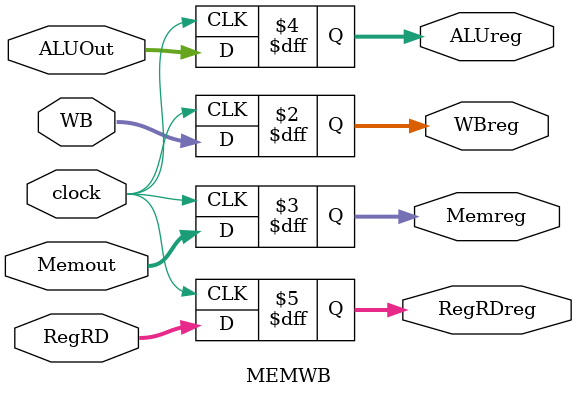
<source format=v>

module MEMWB(clock,WB,Memout,ALUOut,RegRD,WBreg,Memreg,ALUreg,RegRDreg); 
   input clock; 
   input  [1:0]WB; 
   input [4:0] RegRD; 
   input [31:0] Memout,ALUOut; 
   output reg [1:0] WBreg; 
   output reg [31:0] Memreg,ALUreg; 
   output reg [4:0] RegRDreg;
    
    always@(posedge clock) 
    begin 
        WBreg <= WB; 
        Memreg <= Memout; 
        ALUreg <= ALUOut; 
        RegRDreg <= RegRD; 
    end 
    
endmodule 

</source>
